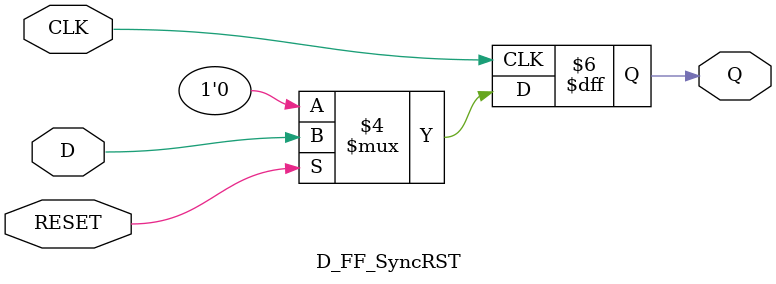
<source format=v>
module D_FF_SyncRST(D, CLK, RESET, Q);
    input D;      // D入力
    input CLK;    // クロック信号
    input RESET;  // 同期リセット信号（0の時リセット）
    output reg Q;  // 出力Q

always @(posedge CLK) begin
    if (RESET == 0) begin
        Q <= 1'b0;     // RESETが0の場合、Qを0に設定
    end else begin
        Q <= D;        // そうでなければ、Dの値はQにそのまま代入
    end
end

endmodule
</source>
